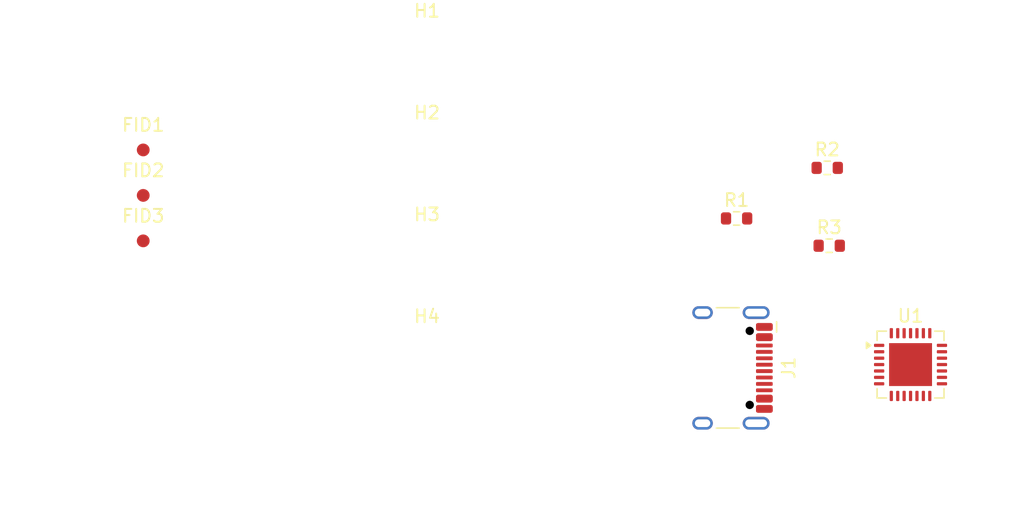
<source format=kicad_pcb>
(kicad_pcb (version 20241229) (generator "pcbnew") (generator_version "9.0")
  (layers (0 "F.Cu" signal) (2 "B.Cu" signal) (13 "F.Paste" user) (15 "B.Paste" user) (5 "F.SilkS" user "F.Silkscreen") (7 "B.SilkS" user "B.Silkscreen") (1 "F.Mask" user) (3 "B.Mask" user) (25 "Edge.Cuts" user))
  (net 0 "")
  (net 1 "/ESP32/USB_DN")
  (net 3 "/ESP32/USB_DP")
  (net 5 "/Power Management/CC1")
  (net 6 "/Power Management/CC2")
  (net 7 "GND")
  (net 8 "+5V")
  (net 17 "Net-(U1-GND-Pad29)")
  (footprint "MountingHole:MountingHole_3.2mm_M3" (layer "F.Cu") (at 63.19 67.8)
    (property "Reference" "H3" (at 0 -4.15 0) (layer "F.SilkS"))
    (property "Value" "MountingHole")
    (pad "" np_thru_hole circle (at 0 0) (size 3.2 3.2) (drill 3.2) (layers "*.Cu" "*.Mask"))
  )
  (footprint "Resistor_SMD:R_0603_1608Metric" (layer "F.Cu") (at 87.34 63.96)
    (property "Reference" "R1" (at 0 -1.43 0) (layer "F.SilkS"))
    (property "Value" "100K")
    (fp_line (start -0.237258 -0.5225) (end 0.237258 -0.5225) (stroke (width 0.12)) (layer "F.SilkS"))
    (fp_line (start -0.237258 0.5225) (end 0.237258 0.5225) (stroke (width 0.12)) (layer "F.SilkS"))
    (pad "1" smd roundrect (at -0.825 0) (size 0.8 0.95) (layers "F.Cu" "F.Mask" "F.Paste") (net 8 "+5V"))
    (pad "2" smd roundrect (at 0.825 0) (size 0.8 0.95) (layers "F.Cu" "F.Mask" "F.Paste") (net 7 "GND"))
  )
  (footprint "Resistor_SMD:R_0603_1608Metric" (layer "F.Cu") (at 94.41 60.01)
    (property "Reference" "R2" (at 0 -1.43 0) (layer "F.SilkS"))
    (property "Value" "5.1K")
    (fp_line (start -0.237258 -0.5225) (end 0.237258 -0.5225) (stroke (width 0.12)) (layer "F.SilkS"))
    (fp_line (start -0.237258 0.5225) (end 0.237258 0.5225) (stroke (width 0.12)) (layer "F.SilkS"))
    (pad "1" smd roundrect (at -0.825 0) (size 0.8 0.95) (layers "F.Cu" "F.Mask" "F.Paste") (net 5 "/Power Management/CC1"))
    (pad "2" smd roundrect (at 0.825 0) (size 0.8 0.95) (layers "F.Cu" "F.Mask" "F.Paste") (net 7 "GND"))
  )
  (footprint "Fiducial:Fiducial_1mm_Mask2mm" (layer "F.Cu") (at 41.05 62.16)
    (property "Reference" "FID2" (at 0 -1.95 0) (layer "F.SilkS"))
    (property "Value" "Fiducial-1mmPad-2mmMask")
    (pad "" smd circle (at 0 0) (size 1 1) (layers "F.Cu" "F.Mask") (clearance 0.6))
  )
  (footprint "Fiducial:Fiducial_1mm_Mask2mm" (layer "F.Cu") (at 41.05 65.71)
    (property "Reference" "FID3" (at 0 -1.95 0) (layer "F.SilkS"))
    (property "Value" "Fiducial-1mmPad-2mmMask")
    (pad "" smd circle (at 0 0) (size 1 1) (layers "F.Cu" "F.Mask") (clearance 0.6))
  )
  (footprint "MountingHole:MountingHole_3.2mm_M3" (layer "F.Cu") (at 63.19 51.9)
    (property "Reference" "H1" (at 0 -4.15 0) (layer "F.SilkS"))
    (property "Value" "MountingHole")
    (pad "" np_thru_hole circle (at 0 0) (size 3.2 3.2) (drill 3.2) (layers "*.Cu" "*.Mask"))
  )
  (footprint "Resistor_SMD:R_0603_1608Metric" (layer "F.Cu") (at 94.565 66.09)
    (property "Reference" "R3" (at 0 -1.43 0) (layer "F.SilkS"))
    (property "Value" "5.1K")
    (fp_line (start -0.237258 -0.5225) (end 0.237258 -0.5225) (stroke (width 0.12)) (layer "F.SilkS"))
    (fp_line (start -0.237258 0.5225) (end 0.237258 0.5225) (stroke (width 0.12)) (layer "F.SilkS"))
    (pad "1" smd roundrect (at -0.825 0) (size 0.8 0.95) (layers "F.Cu" "F.Mask" "F.Paste") (net 6 "/Power Management/CC2"))
    (pad "2" smd roundrect (at 0.825 0) (size 0.8 0.95) (layers "F.Cu" "F.Mask" "F.Paste") (net 7 "GND"))
  )
  (footprint "Fiducial:Fiducial_1mm_Mask2mm" (layer "F.Cu") (at 41.05 58.61)
    (property "Reference" "FID1" (at 0 -1.95 0) (layer "F.SilkS"))
    (property "Value" "Fiducial-1mmPad-2mmMask")
    (pad "" smd circle (at 0 0) (size 1 1) (layers "F.Cu" "F.Mask") (clearance 0.6))
  )
  (footprint "Package_DFN_QFN:QFN-28-1EP_5x5mm_P0.5mm_EP3.35x3.35mm" (layer "F.Cu") (at 100.91 75.37)
    (property "Reference" "U1" (at 0 -3.8 0) (layer "F.SilkS"))
    (property "Value" "CP2102N-Axx-xQFN28")
    (fp_line (start -2.61 -2.61) (end -1.885 -2.61) (stroke (width 0.12)) (layer "F.SilkS"))
    (fp_line (start -2.61 -1.885) (end -2.61 -2.61) (stroke (width 0.12)) (layer "F.SilkS"))
    (fp_line (start -2.61 2.61) (end -2.61 1.885) (stroke (width 0.12)) (layer "F.SilkS"))
    (fp_line (start -1.885 2.61) (end -2.61 2.61) (stroke (width 0.12)) (layer "F.SilkS"))
    (fp_line (start 1.885 -2.61) (end 2.61 -2.61) (stroke (width 0.12)) (layer "F.SilkS"))
    (fp_line (start 2.61 -2.61) (end 2.61 -1.885) (stroke (width 0.12)) (layer "F.SilkS"))
    (fp_line (start 2.61 1.885) (end 2.61 2.61) (stroke (width 0.12)) (layer "F.SilkS"))
    (fp_line (start 2.61 2.61) (end 1.885 2.61) (stroke (width 0.12)) (layer "F.SilkS"))
    (fp_poly (pts (xy -3.11 -1.5) (xy -3.44 -1.26) (xy -3.44 -1.74)) (stroke (width 0.12)) (fill yes) (layer "F.SilkS"))
    (pad "1" smd roundrect (at -2.45 -1.5) (size 0.8 0.25) (layers "F.Cu" "F.Mask" "F.Paste"))
    (pad "2" smd roundrect (at -2.45 -1) (size 0.8 0.25) (layers "F.Cu" "F.Mask" "F.Paste"))
    (pad "3" smd roundrect (at -2.45 -0.5) (size 0.8 0.25) (layers "F.Cu" "F.Mask" "F.Paste") (net 17 "Net-(U1-GND-Pad29)"))
    (pad "4" smd roundrect (at -2.45 0) (size 0.8 0.25) (layers "F.Cu" "F.Mask" "F.Paste") (net 3 "/ESP32/USB_DP"))
    (pad "5" smd roundrect (at -2.45 0.5) (size 0.8 0.25) (layers "F.Cu" "F.Mask" "F.Paste") (net 1 "/ESP32/USB_DN"))
    (pad "6" smd roundrect (at -2.45 1) (size 0.8 0.25) (layers "F.Cu" "F.Mask" "F.Paste"))
    (pad "7" smd roundrect (at -2.45 1.5) (size 0.8 0.25) (layers "F.Cu" "F.Mask" "F.Paste"))
    (pad "8" smd roundrect (at -1.5 2.45) (size 0.25 0.8) (layers "F.Cu" "F.Mask" "F.Paste"))
    (pad "9" smd roundrect (at -1 2.45) (size 0.25 0.8) (layers "F.Cu" "F.Mask" "F.Paste"))
    (pad "10" smd roundrect (at -0.5 2.45) (size 0.25 0.8) (layers "F.Cu" "F.Mask" "F.Paste"))
    (pad "11" smd roundrect (at 0 2.45) (size 0.25 0.8) (layers "F.Cu" "F.Mask" "F.Paste"))
    (pad "12" smd roundrect (at 0.5 2.45) (size 0.25 0.8) (layers "F.Cu" "F.Mask" "F.Paste"))
    (pad "13" smd roundrect (at 1 2.45) (size 0.25 0.8) (layers "F.Cu" "F.Mask" "F.Paste"))
    (pad "14" smd roundrect (at 1.5 2.45) (size 0.25 0.8) (layers "F.Cu" "F.Mask" "F.Paste"))
    (pad "15" smd roundrect (at 2.45 1.5) (size 0.8 0.25) (layers "F.Cu" "F.Mask" "F.Paste"))
    (pad "16" smd roundrect (at 2.45 1) (size 0.8 0.25) (layers "F.Cu" "F.Mask" "F.Paste"))
    (pad "17" smd roundrect (at 2.45 0.5) (size 0.8 0.25) (layers "F.Cu" "F.Mask" "F.Paste"))
    (pad "18" smd roundrect (at 2.45 0) (size 0.8 0.25) (layers "F.Cu" "F.Mask" "F.Paste"))
    (pad "19" smd roundrect (at 2.45 -0.5) (size 0.8 0.25) (layers "F.Cu" "F.Mask" "F.Paste"))
    (pad "20" smd roundrect (at 2.45 -1) (size 0.8 0.25) (layers "F.Cu" "F.Mask" "F.Paste"))
    (pad "21" smd roundrect (at 2.45 -1.5) (size 0.8 0.25) (layers "F.Cu" "F.Mask" "F.Paste"))
    (pad "22" smd roundrect (at 1.5 -2.45) (size 0.25 0.8) (layers "F.Cu" "F.Mask" "F.Paste"))
    (pad "23" smd roundrect (at 1 -2.45) (size 0.25 0.8) (layers "F.Cu" "F.Mask" "F.Paste"))
    (pad "24" smd roundrect (at 0.5 -2.45) (size 0.25 0.8) (layers "F.Cu" "F.Mask" "F.Paste"))
    (pad "25" smd roundrect (at 0 -2.45) (size 0.25 0.8) (layers "F.Cu" "F.Mask" "F.Paste"))
    (pad "26" smd roundrect (at -0.5 -2.45) (size 0.25 0.8) (layers "F.Cu" "F.Mask" "F.Paste"))
    (pad "27" smd roundrect (at -1 -2.45) (size 0.25 0.8) (layers "F.Cu" "F.Mask" "F.Paste"))
    (pad "28" smd roundrect (at -1.5 -2.45) (size 0.25 0.8) (layers "F.Cu" "F.Mask" "F.Paste"))
    (pad "29" smd rect (at 0 0) (size 3.35 3.35) (property pad_prop_heatsink) (layers "F.Cu" "F.Mask") (net 17 "Net-(U1-GND-Pad29)"))
  )
  (footprint "Connector_USB:USB_C_Receptacle_HCTL_HC-TYPE-C-16P-01A" (layer "F.Cu") (at 85.76 75.63 -90)
    (property "Reference" "J1" (at 0 -5.645 270) (layer "F.SilkS"))
    (property "Value" "USB_C_Receptacle_USB2.0_16P")
    (fp_line (start -4.7 -1.78) (end -4.7 0) (stroke (width 0.12)) (layer "F.SilkS"))
    (fp_line (start 4.7 -1.78) (end 4.7 0) (stroke (width 0.12)) (layer "F.SilkS"))
    (fp_line (start -2.8 -4.7) (end -3.6 -4.7) (stroke (width 0.12)) (layer "F.SilkS"))
    (pad "" np_thru_hole circle (at -2.89 -2.605 270) (size 0.65 0.65) (drill 0.65) (layers "*.Mask"))
    (pad "" np_thru_hole circle (at 2.89 -2.605 270) (size 0.65 0.65) (drill 0.65) (layers "*.Mask"))
    (pad "A1" smd roundrect (at -3.2 -3.745 270) (size 0.6 1.3) (layers "F.Cu" "F.Mask" "F.Paste") (net 7 "GND"))
    (pad "A4" smd roundrect (at -2.4 -3.745 270) (size 0.6 1.3) (layers "F.Cu" "F.Mask" "F.Paste") (net 8 "+5V"))
    (pad "A5" smd roundrect (at -1.25 -3.745 270) (size 0.3 1.3) (layers "F.Cu" "F.Mask" "F.Paste") (net 5 "/Power Management/CC1"))
    (pad "A6" smd roundrect (at -0.25 -3.745 270) (size 0.3 1.3) (layers "F.Cu" "F.Mask" "F.Paste") (net 3 "/ESP32/USB_DP"))
    (pad "A7" smd roundrect (at 0.25 -3.745 270) (size 0.3 1.3) (layers "F.Cu" "F.Mask" "F.Paste") (net 1 "/ESP32/USB_DN"))
    (pad "A8" smd roundrect (at 1.25 -3.745 270) (size 0.3 1.3) (layers "F.Cu" "F.Mask" "F.Paste"))
    (pad "A9" smd roundrect (at 2.4 -3.745 270) (size 0.6 1.3) (layers "F.Cu" "F.Mask" "F.Paste") (net 8 "+5V"))
    (pad "A12" smd roundrect (at 3.2 -3.745 270) (size 0.6 1.3) (layers "F.Cu" "F.Mask" "F.Paste") (net 7 "GND"))
    (pad "B1" smd roundrect (at 3.2 -3.745 270) (size 0.6 1.3) (layers "F.Cu" "F.Mask" "F.Paste") (net 7 "GND"))
    (pad "B4" smd roundrect (at 2.4 -3.745 270) (size 0.6 1.3) (layers "F.Cu" "F.Mask" "F.Paste") (net 8 "+5V"))
    (pad "B5" smd roundrect (at 1.75 -3.745 270) (size 0.3 1.3) (layers "F.Cu" "F.Mask" "F.Paste") (net 6 "/Power Management/CC2"))
    (pad "B6" smd roundrect (at 0.75 -3.745 270) (size 0.3 1.3) (layers "F.Cu" "F.Mask" "F.Paste") (net 3 "/ESP32/USB_DP"))
    (pad "B7" smd roundrect (at -0.75 -3.745 270) (size 0.3 1.3) (layers "F.Cu" "F.Mask" "F.Paste") (net 1 "/ESP32/USB_DN"))
    (pad "B8" smd roundrect (at -1.75 -3.745 270) (size 0.3 1.3) (layers "F.Cu" "F.Mask" "F.Paste"))
    (pad "B9" smd roundrect (at -2.4 -3.745 270) (size 0.6 1.3) (layers "F.Cu" "F.Mask" "F.Paste") (net 8 "+5V"))
    (pad "B12" smd roundrect (at -3.2 -3.745 270) (size 0.6 1.3) (layers "F.Cu" "F.Mask" "F.Paste") (net 7 "GND"))
    (pad "S1" thru_hole oval (at -4.32 -3.105 270) (size 1 2.1) (drill oval 0.6 1.7) (property pad_prop_heatsink) (layers "*.Cu" "*.Mask") (net 7 "GND"))
    (pad "S1" thru_hole oval (at -4.32 1.075 270) (size 1 1.6) (drill oval 0.6 1.2) (property pad_prop_heatsink) (layers "*.Cu" "*.Mask") (net 7 "GND"))
    (pad "S1" thru_hole oval (at 4.32 -3.105 270) (size 1 2.1) (drill oval 0.6 1.7) (property pad_prop_heatsink) (layers "*.Cu" "*.Mask") (net 7 "GND"))
    (pad "S1" thru_hole oval (at 4.32 1.075 270) (size 1 1.6) (drill oval 0.6 1.2) (property pad_prop_heatsink) (layers "*.Cu" "*.Mask") (net 7 "GND"))
  )
  (footprint "MountingHole:MountingHole_3.2mm_M3" (layer "F.Cu") (at 63.19 59.85)
    (property "Reference" "H2" (at 0 -4.15 0) (layer "F.SilkS"))
    (property "Value" "MountingHole")
    (pad "" np_thru_hole circle (at 0 0) (size 3.2 3.2) (drill 3.2) (layers "*.Cu" "*.Mask"))
  )
  (footprint "MountingHole:MountingHole_3.2mm_M3" (layer "F.Cu") (at 63.19 75.75)
    (property "Reference" "H4" (at 0 -4.15 0) (layer "F.SilkS"))
    (property "Value" "MountingHole")
    (pad "" np_thru_hole circle (at 0 0) (size 3.2 3.2) (drill 3.2) (layers "*.Cu" "*.Mask"))
  )
)
</source>
